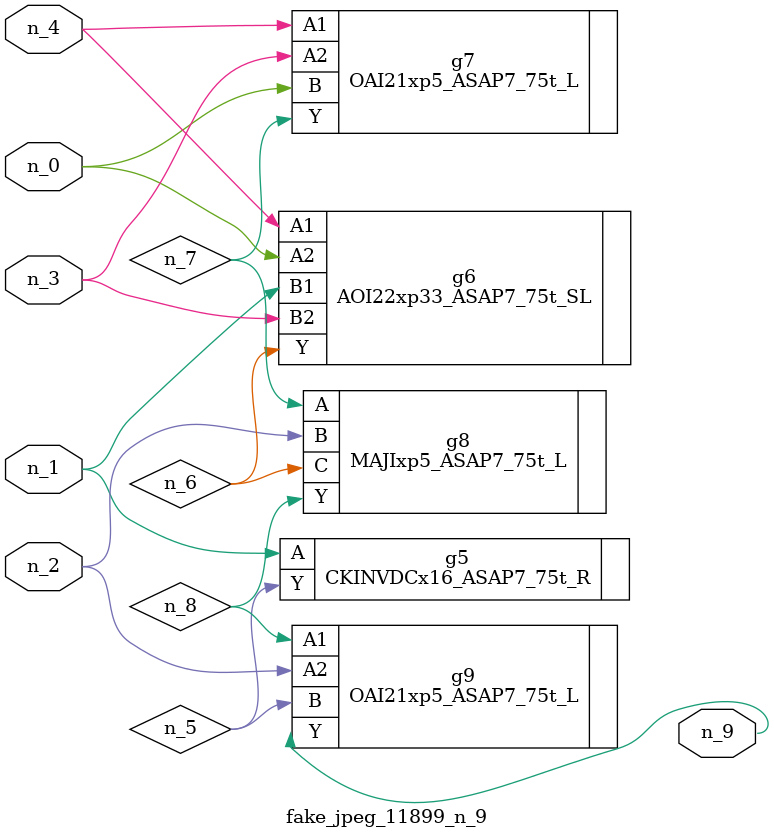
<source format=v>
module fake_jpeg_11899_n_9 (n_3, n_2, n_1, n_0, n_4, n_9);

input n_3;
input n_2;
input n_1;
input n_0;
input n_4;

output n_9;

wire n_8;
wire n_6;
wire n_5;
wire n_7;

CKINVDCx16_ASAP7_75t_R g5 ( 
.A(n_1),
.Y(n_5)
);

AOI22xp33_ASAP7_75t_SL g6 ( 
.A1(n_4),
.A2(n_0),
.B1(n_1),
.B2(n_3),
.Y(n_6)
);

OAI21xp5_ASAP7_75t_L g7 ( 
.A1(n_4),
.A2(n_3),
.B(n_0),
.Y(n_7)
);

MAJIxp5_ASAP7_75t_L g8 ( 
.A(n_7),
.B(n_2),
.C(n_6),
.Y(n_8)
);

OAI21xp5_ASAP7_75t_L g9 ( 
.A1(n_8),
.A2(n_2),
.B(n_5),
.Y(n_9)
);


endmodule
</source>
